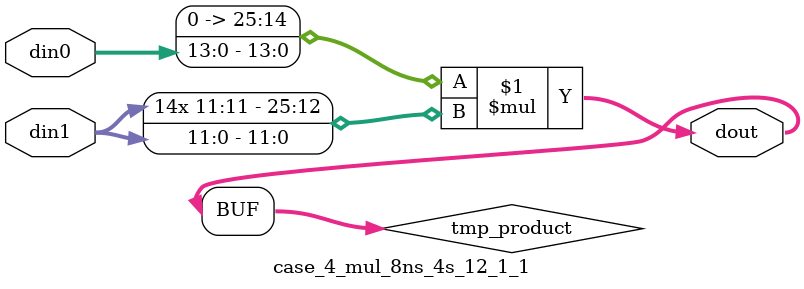
<source format=v>

`timescale 1 ns / 1 ps

 (* use_dsp = "no" *)  module case_4_mul_8ns_4s_12_1_1(din0, din1, dout);
parameter ID = 1;
parameter NUM_STAGE = 0;
parameter din0_WIDTH = 14;
parameter din1_WIDTH = 12;
parameter dout_WIDTH = 26;

input [din0_WIDTH - 1 : 0] din0; 
input [din1_WIDTH - 1 : 0] din1; 
output [dout_WIDTH - 1 : 0] dout;

wire signed [dout_WIDTH - 1 : 0] tmp_product;

























assign tmp_product = $signed({1'b0, din0}) * $signed(din1);










assign dout = tmp_product;





















endmodule

</source>
